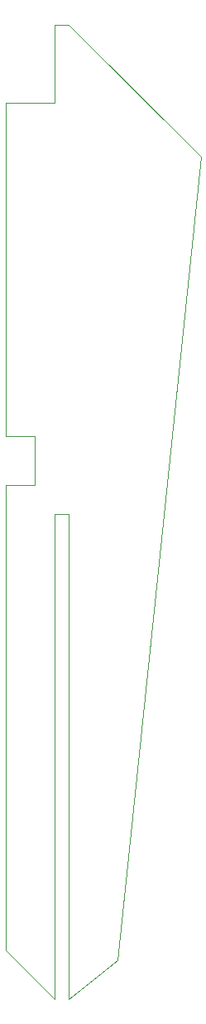
<source format=gm1>
%TF.GenerationSoftware,KiCad,Pcbnew,(6.0.0)*%
%TF.CreationDate,2022-03-05T17:09:37-05:00*%
%TF.ProjectId,custom_keyboard plate v3 foot,63757374-6f6d-45f6-9b65-79626f617264,rev?*%
%TF.SameCoordinates,Original*%
%TF.FileFunction,Profile,NP*%
%FSLAX46Y46*%
G04 Gerber Fmt 4.6, Leading zero omitted, Abs format (unit mm)*
G04 Created by KiCad (PCBNEW (6.0.0)) date 2022-03-05 17:09:37*
%MOMM*%
%LPD*%
G01*
G04 APERTURE LIST*
%TA.AperFunction,Profile*%
%ADD10C,0.100000*%
%TD*%
G04 APERTURE END LIST*
D10*
X149000000Y-89000000D02*
X149000000Y-136500000D01*
X149000000Y-84000000D02*
X149000000Y-50000000D01*
X149000000Y-84000000D02*
X152000000Y-84000000D01*
X152000000Y-89000000D02*
X149000000Y-89000000D01*
X152000000Y-84000000D02*
X152000000Y-89000000D01*
X155500000Y-141500000D02*
X155500000Y-92000000D01*
X154000000Y-92000000D02*
X154000000Y-141500000D01*
X169000000Y-55500000D02*
X160500000Y-137500000D01*
X155500000Y-42000000D02*
X169000000Y-55500000D01*
X154000000Y-92000000D02*
X155500000Y-92000000D01*
X154000000Y-141500000D02*
X149000000Y-136500000D01*
X154000000Y-50000000D02*
X149000000Y-50000000D01*
X154000000Y-50000000D02*
X154000000Y-42000000D01*
X154000000Y-42000000D02*
X155500000Y-42000000D01*
X155500000Y-141500000D02*
X160500000Y-137500000D01*
M02*

</source>
